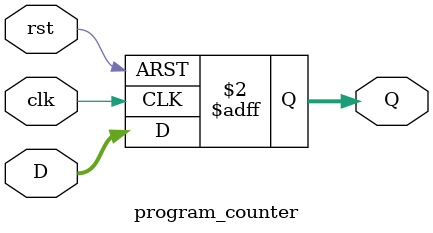
<source format=v>
`timescale 1ns / 1ps


module program_counter #(
    parameter BUS_WIDTH = 32
)(
    input [BUS_WIDTH - 1 : 0] D,
    input rst,
    input clk,
    output reg [BUS_WIDTH - 1 : 0] Q
);
    always @(posedge clk or posedge rst)
        if (rst)
            Q <= {BUS_WIDTH {1'b0}};
        else
            Q <= D;
endmodule

</source>
